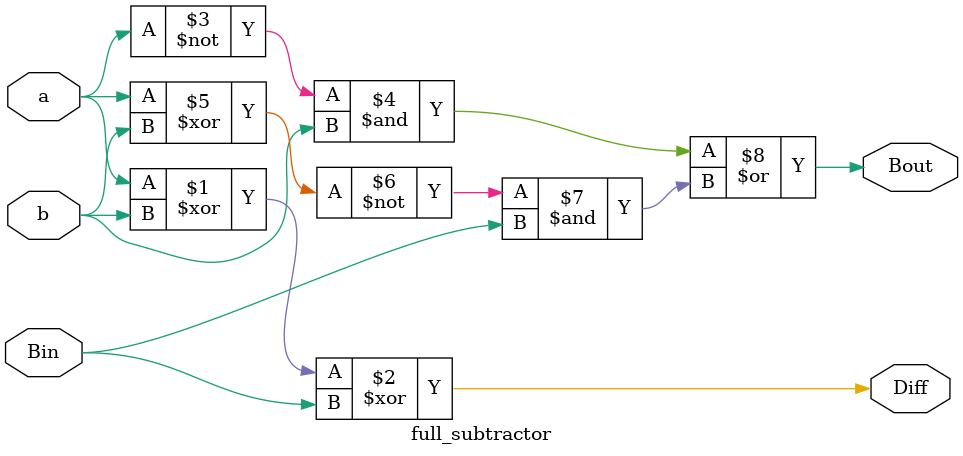
<source format=v>
module half_subtractor(
  input a, b,
  output Diff, Borrow);
  assign Diff = a ^ b;
  assign Borrow = ~a & b;
endmodule

module full_subtractor(
  input a, b, Bin,
  output Diff, Bout);
  assign Diff = a ^ b ^ Bin;
  assign Bout = (~a & b) | (~(a ^ b) & Bin);
endmodule

</source>
